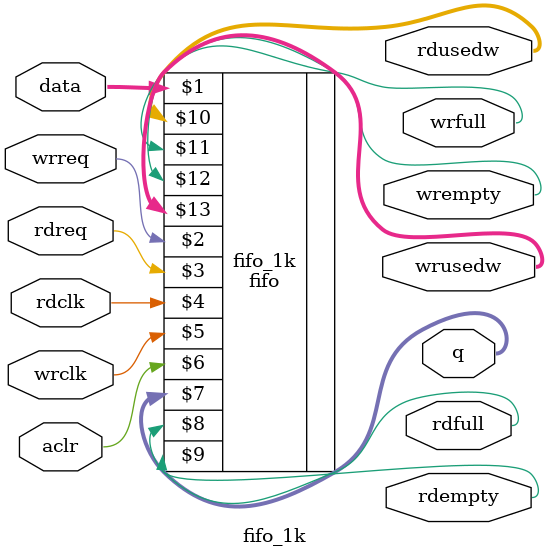
<source format=v>


module fifo_1k
  (  input [15:0] data,
     input 	wrreq,
     input 	rdreq,
     input 	rdclk,
     input 	wrclk,
     input 	aclr,
     output [15:0] q,
     output 	 rdfull,
     output 	 rdempty,
     output [9:0] rdusedw,
     output 	 wrfull,
     output 	 wrempty,
     output [9:0]  wrusedw
     );

fifo #(.width(16),.depth(1024),.addr_bits(10)) fifo_1k 
  ( data, wrreq, rdreq, rdclk, wrclk, aclr, q,
    rdfull, rdempty, rdusedw, wrfull, wrempty, wrusedw);
   
endmodule // fifo_1k
   

</source>
